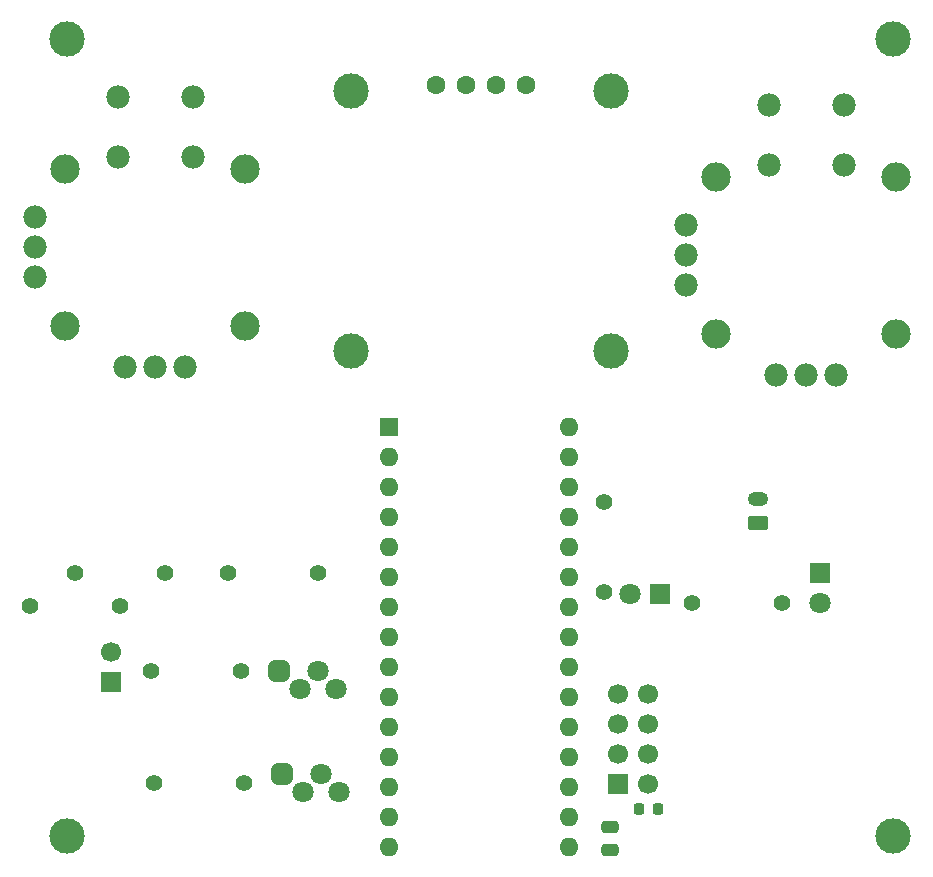
<source format=gbr>
%TF.GenerationSoftware,KiCad,Pcbnew,9.0.2*%
%TF.CreationDate,2025-07-28T12:51:29+08:00*%
%TF.ProjectId,PF-MKIII_Controller ,50462d4d-4b49-4494-995f-436f6e74726f,rev?*%
%TF.SameCoordinates,Original*%
%TF.FileFunction,Soldermask,Top*%
%TF.FilePolarity,Negative*%
%FSLAX46Y46*%
G04 Gerber Fmt 4.6, Leading zero omitted, Abs format (unit mm)*
G04 Created by KiCad (PCBNEW 9.0.2) date 2025-07-28 12:51:29*
%MOMM*%
%LPD*%
G01*
G04 APERTURE LIST*
G04 Aperture macros list*
%AMRoundRect*
0 Rectangle with rounded corners*
0 $1 Rounding radius*
0 $2 $3 $4 $5 $6 $7 $8 $9 X,Y pos of 4 corners*
0 Add a 4 corners polygon primitive as box body*
4,1,4,$2,$3,$4,$5,$6,$7,$8,$9,$2,$3,0*
0 Add four circle primitives for the rounded corners*
1,1,$1+$1,$2,$3*
1,1,$1+$1,$4,$5*
1,1,$1+$1,$6,$7*
1,1,$1+$1,$8,$9*
0 Add four rect primitives between the rounded corners*
20,1,$1+$1,$2,$3,$4,$5,0*
20,1,$1+$1,$4,$5,$6,$7,0*
20,1,$1+$1,$6,$7,$8,$9,0*
20,1,$1+$1,$8,$9,$2,$3,0*%
G04 Aperture macros list end*
%ADD10C,1.400000*%
%ADD11C,1.800000*%
%ADD12R,1.800000X1.800000*%
%ADD13RoundRect,0.250000X-0.475000X0.250000X-0.475000X-0.250000X0.475000X-0.250000X0.475000X0.250000X0*%
%ADD14RoundRect,0.225000X0.225000X0.250000X-0.225000X0.250000X-0.225000X-0.250000X0.225000X-0.250000X0*%
%ADD15C,3.000000*%
%ADD16RoundRect,0.450000X-0.450000X-0.450000X0.450000X-0.450000X0.450000X0.450000X-0.450000X0.450000X0*%
%ADD17R,1.700000X1.700000*%
%ADD18C,1.700000*%
%ADD19RoundRect,0.250000X0.625000X-0.350000X0.625000X0.350000X-0.625000X0.350000X-0.625000X-0.350000X0*%
%ADD20O,1.750000X1.200000*%
%ADD21C,1.982000*%
%ADD22C,2.490000*%
%ADD23R,1.600000X1.600000*%
%ADD24O,1.600000X1.600000*%
%ADD25C,1.600000*%
G04 APERTURE END LIST*
D10*
%TO.C,R4*%
X207940000Y-82750000D03*
X215560000Y-82750000D03*
%TD*%
D11*
%TO.C,D1*%
X218750000Y-82750000D03*
D12*
X218750000Y-80210000D03*
%TD*%
D13*
%TO.C,C2*%
X201000000Y-101750000D03*
X201000000Y-103650000D03*
%TD*%
D14*
%TO.C,C1*%
X205050000Y-100250000D03*
X203500000Y-100250000D03*
%TD*%
D10*
%TO.C,R2*%
X168630000Y-80250000D03*
X176250000Y-80250000D03*
%TD*%
D15*
%TO.C,*%
X155000000Y-35000000D03*
%TD*%
D16*
%TO.C,D2*%
X173000000Y-88500000D03*
D11*
X174778000Y-90024000D03*
X176302000Y-88500000D03*
X177826000Y-90024000D03*
%TD*%
D15*
%TO.C,*%
X225000000Y-102500000D03*
%TD*%
D10*
%TO.C,R6*%
X169750000Y-88500000D03*
X162130000Y-88500000D03*
%TD*%
D17*
%TO.C,J5*%
X158750000Y-89500000D03*
D18*
X158750000Y-86960000D03*
%TD*%
D10*
%TO.C,R5*%
X200500000Y-74190000D03*
X200500000Y-81810000D03*
%TD*%
D12*
%TO.C,D5*%
X205250000Y-82000000D03*
D11*
X202710000Y-82000000D03*
%TD*%
D15*
%TO.C,*%
X155000000Y-102500000D03*
%TD*%
D16*
%TO.C,D3*%
X173210000Y-97226000D03*
D11*
X174988000Y-98750000D03*
X176512000Y-97226000D03*
X178036000Y-98750000D03*
%TD*%
D19*
%TO.C,BT1*%
X213500000Y-76000000D03*
D20*
X213500000Y-74000000D03*
%TD*%
D21*
%TO.C,J1*%
X159325000Y-39967500D03*
X165675000Y-39967500D03*
X159325000Y-45047500D03*
X165675000Y-45047500D03*
X159960000Y-62827500D03*
X162500000Y-62827500D03*
X165040000Y-62827500D03*
D22*
X154880000Y-46000000D03*
X154880000Y-59335000D03*
X170120000Y-59335000D03*
X170120000Y-46000000D03*
D21*
X152340000Y-50127500D03*
X152340000Y-52667500D03*
X152340000Y-55207500D03*
%TD*%
D23*
%TO.C,A2*%
X182260000Y-67840000D03*
D24*
X182260000Y-70380000D03*
X182260000Y-72920000D03*
X182260000Y-75460000D03*
X182260000Y-78000000D03*
X182260000Y-80540000D03*
X182260000Y-83080000D03*
X182260000Y-85620000D03*
X182260000Y-88160000D03*
X182260000Y-90700000D03*
X182260000Y-93240000D03*
X182260000Y-95780000D03*
X182260000Y-98320000D03*
X182260000Y-100860000D03*
X182260000Y-103400000D03*
X197500000Y-103400000D03*
X197500000Y-100860000D03*
X197500000Y-98320000D03*
X197500000Y-95780000D03*
X197500000Y-93240000D03*
X197500000Y-90700000D03*
X197500000Y-88160000D03*
X197500000Y-85620000D03*
X197500000Y-83080000D03*
X197500000Y-80540000D03*
X197500000Y-78000000D03*
X197500000Y-75460000D03*
X197500000Y-72920000D03*
X197500000Y-70380000D03*
X197500000Y-67840000D03*
%TD*%
D15*
%TO.C,*%
X225000000Y-35000000D03*
%TD*%
D21*
%TO.C,J2*%
X214445000Y-40632500D03*
X220795000Y-40632500D03*
X214445000Y-45712500D03*
X220795000Y-45712500D03*
X215080000Y-63492500D03*
X217620000Y-63492500D03*
X220160000Y-63492500D03*
D22*
X210000000Y-46665000D03*
X210000000Y-60000000D03*
X225240000Y-60000000D03*
X225240000Y-46665000D03*
D21*
X207460000Y-50792500D03*
X207460000Y-53332500D03*
X207460000Y-55872500D03*
%TD*%
D15*
%TO.C,J6*%
X179095000Y-39405000D03*
X179095000Y-61405000D03*
X201095000Y-39405000D03*
X201095000Y-61405000D03*
D25*
X186285000Y-38905000D03*
X188825000Y-38905000D03*
X191365000Y-38905000D03*
X193905000Y-38905000D03*
%TD*%
D10*
%TO.C,R7*%
X162380000Y-98000000D03*
X170000000Y-98000000D03*
%TD*%
%TO.C,R1*%
X151940000Y-83000000D03*
X159560000Y-83000000D03*
%TD*%
%TO.C,R3*%
X155690000Y-80250000D03*
X163310000Y-80250000D03*
%TD*%
D17*
%TO.C,U1*%
X201710000Y-98080000D03*
D18*
X204250000Y-98080000D03*
X201710000Y-95540000D03*
X204250000Y-95540000D03*
X201710000Y-93000000D03*
X204250000Y-93000000D03*
X201710000Y-90460000D03*
X204250000Y-90460000D03*
%TD*%
M02*

</source>
